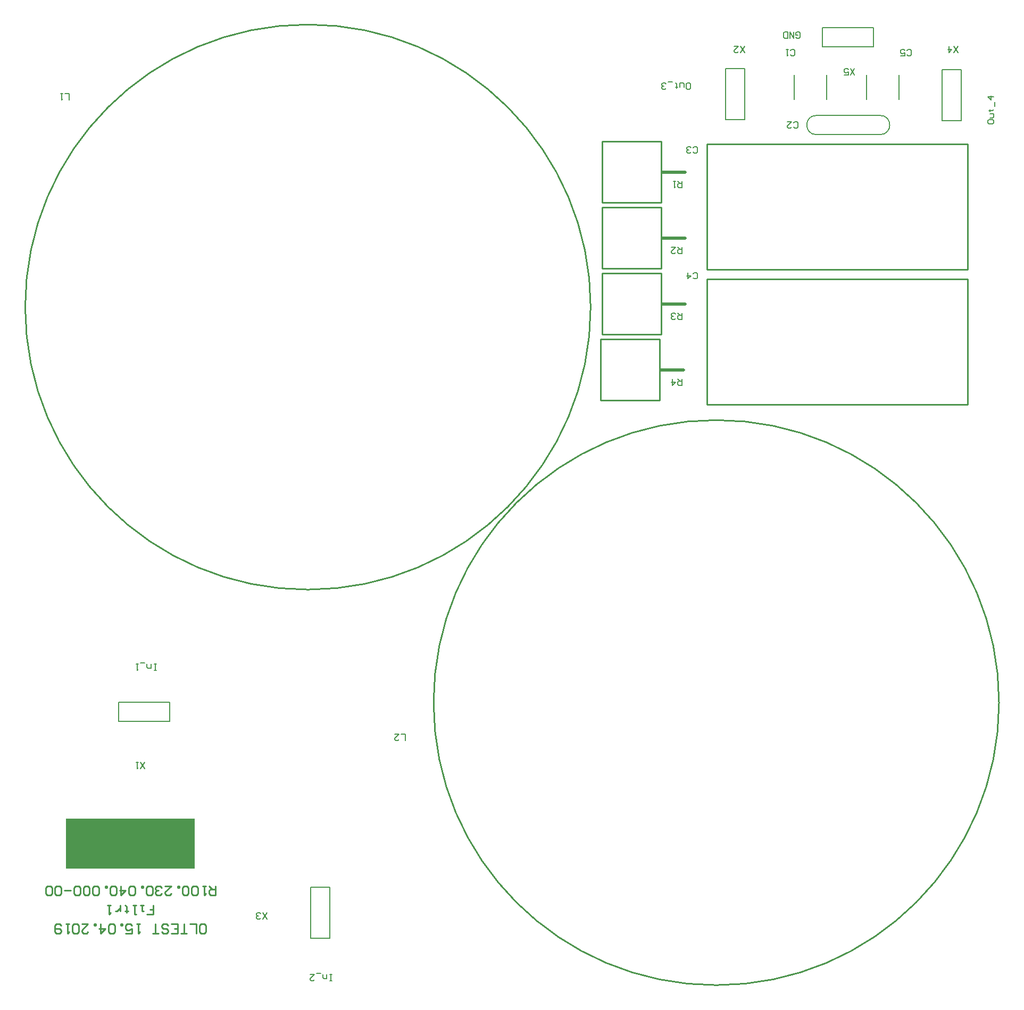
<source format=gto>
G04 Layer_Color=65535*
%FSLAX44Y44*%
%MOMM*%
G71*
G01*
G75*
%ADD19C,0.1270*%
%ADD20C,0.2540*%
%ADD21C,0.2000*%
%ADD22C,0.5000*%
%ADD23C,0.2032*%
%ADD24C,0.2500*%
%ADD25C,0.1500*%
%ADD26R,20.5000X8.0000*%
D19*
X1370800Y1369760D02*
G03*
X1370800Y1400240I0J15240D01*
G01*
X1269200D02*
G03*
X1269200Y1369760I0J-15240D01*
G01*
X1370800D01*
X1269200Y1400240D02*
X1370800D01*
D20*
X1560000Y465000D02*
G03*
X1560000Y465000I-450000J0D01*
G01*
X910000Y1095000D02*
G03*
X910000Y1095000I-450000J0D01*
G01*
X926000Y946500D02*
X1020000D01*
Y1043500D01*
X926000D02*
X1020000D01*
X926000Y946500D02*
Y1043500D01*
X928000Y1051500D02*
X1022000D01*
Y1148500D01*
X928000D02*
X1022000D01*
X928000Y1051500D02*
Y1148500D01*
Y1156500D02*
X1022000D01*
Y1253500D01*
X928000D02*
X1022000D01*
X928000Y1156500D02*
Y1253500D01*
Y1261500D02*
X1022000D01*
Y1358500D01*
X928000D02*
X1022000D01*
X928000Y1261500D02*
Y1358500D01*
X1510000Y1155000D02*
Y1355000D01*
X1095000Y1155000D02*
X1510000D01*
X1095000D02*
Y1249986D01*
Y1355000D01*
X1510000D01*
X1095000Y940000D02*
Y1140000D01*
X1510000D01*
Y1045014D02*
Y1140000D01*
Y940000D02*
Y1045014D01*
X1095000Y940000D02*
X1510000D01*
D21*
X1234000Y1425500D02*
Y1464500D01*
X1286000Y1425500D02*
Y1464500D01*
X1401000Y1425500D02*
Y1464500D01*
X1349000Y1425500D02*
Y1464500D01*
D22*
X1021751Y995000D02*
X1058000D01*
X1023752Y1100000D02*
X1060000D01*
X1023752Y1205000D02*
X1060000D01*
X1023752Y1310000D02*
X1060000D01*
D23*
X158960Y434760D02*
X240240D01*
Y465240D01*
X158960D02*
X240240D01*
X158960Y434760D02*
Y465240D01*
X1155240Y1393960D02*
Y1475240D01*
X1124760D02*
X1155240D01*
X1124760Y1393960D02*
Y1475240D01*
Y1393960D02*
X1155240D01*
X464760Y89760D02*
Y171040D01*
Y89760D02*
X495240D01*
Y171040D01*
X464760D02*
X495240D01*
X1468986Y1391960D02*
Y1473240D01*
Y1391960D02*
X1499466D01*
Y1473240D01*
X1468986D02*
X1499466D01*
X1278960Y1509760D02*
X1360240D01*
Y1540240D01*
X1278960D02*
X1360240D01*
X1278960Y1509760D02*
Y1540240D01*
D24*
X203741Y127611D02*
X213738D01*
Y135108D01*
X208740D01*
X213738D01*
Y142606D01*
X198743D02*
X193745D01*
X196244D01*
Y132609D01*
X198743D01*
X186247Y142606D02*
X181249D01*
X183748D01*
Y127611D01*
X186247D01*
X171252Y130110D02*
Y132609D01*
X173751D01*
X168753D01*
X171252D01*
Y140106D01*
X168753Y142606D01*
X161255Y132609D02*
Y142606D01*
Y137607D01*
X158756Y135108D01*
X156257Y132609D01*
X153758D01*
X146260Y142606D02*
X141262D01*
X143761D01*
Y127611D01*
X146260Y130110D01*
X312456Y172998D02*
Y158002D01*
X304959D01*
X302460Y160502D01*
Y165500D01*
X304959Y167999D01*
X312456D01*
X307458D02*
X302460Y172998D01*
X297461D02*
X292463D01*
X294962D01*
Y158002D01*
X297461Y160502D01*
X284965D02*
X282466Y158002D01*
X277468D01*
X274968Y160502D01*
Y170498D01*
X277468Y172998D01*
X282466D01*
X284965Y170498D01*
Y160502D01*
X269970D02*
X267471Y158002D01*
X262472D01*
X259973Y160502D01*
Y170498D01*
X262472Y172998D01*
X267471D01*
X269970Y170498D01*
Y160502D01*
X254975Y172998D02*
Y170498D01*
X252476D01*
Y172998D01*
X254975D01*
X232482D02*
X242479D01*
X232482Y163001D01*
Y160502D01*
X234981Y158002D01*
X239980D01*
X242479Y160502D01*
X227484D02*
X224985Y158002D01*
X219986D01*
X217487Y160502D01*
Y163001D01*
X219986Y165500D01*
X222485D01*
X219986D01*
X217487Y167999D01*
Y170498D01*
X219986Y172998D01*
X224985D01*
X227484Y170498D01*
X212489Y160502D02*
X209989Y158002D01*
X204991D01*
X202492Y160502D01*
Y170498D01*
X204991Y172998D01*
X209989D01*
X212489Y170498D01*
Y160502D01*
X197493Y172998D02*
Y170498D01*
X194994D01*
Y172998D01*
X197493D01*
X184998Y160502D02*
X182498Y158002D01*
X177500D01*
X175001Y160502D01*
Y170498D01*
X177500Y172998D01*
X182498D01*
X184998Y170498D01*
Y160502D01*
X162505Y172998D02*
Y158002D01*
X170002Y165500D01*
X160006D01*
X155007Y160502D02*
X152508Y158002D01*
X147510D01*
X145010Y160502D01*
Y170498D01*
X147510Y172998D01*
X152508D01*
X155007Y170498D01*
Y160502D01*
X140012Y172998D02*
Y170498D01*
X137513D01*
Y172998D01*
X140012D01*
X127516Y160502D02*
X125017Y158002D01*
X120019D01*
X117519Y160502D01*
Y170498D01*
X120019Y172998D01*
X125017D01*
X127516Y170498D01*
Y160502D01*
X112521D02*
X110022Y158002D01*
X105023D01*
X102524Y160502D01*
Y170498D01*
X105023Y172998D01*
X110022D01*
X112521Y170498D01*
Y160502D01*
X97526D02*
X95027Y158002D01*
X90028D01*
X87529Y160502D01*
Y170498D01*
X90028Y172998D01*
X95027D01*
X97526Y170498D01*
Y160502D01*
X82531Y165500D02*
X72534D01*
X67536Y160502D02*
X65036Y158002D01*
X60038D01*
X57539Y160502D01*
Y170498D01*
X60038Y172998D01*
X65036D01*
X67536Y170498D01*
Y160502D01*
X52540D02*
X50041Y158002D01*
X45043D01*
X42544Y160502D01*
Y170498D01*
X45043Y172998D01*
X50041D01*
X52540Y170498D01*
Y160502D01*
X289964Y97502D02*
X294962D01*
X297461Y100002D01*
Y109998D01*
X294962Y112498D01*
X289964D01*
X287464Y109998D01*
Y100002D01*
X289964Y97502D01*
X282466D02*
Y112498D01*
X272469D01*
X267471Y97502D02*
X257474D01*
X262472D01*
Y112498D01*
X242479Y97502D02*
X252476D01*
Y112498D01*
X242479D01*
X252476Y105000D02*
X247477D01*
X227484Y100002D02*
X229983Y97502D01*
X234981D01*
X237481Y100002D01*
Y102501D01*
X234981Y105000D01*
X229983D01*
X227484Y107499D01*
Y109998D01*
X229983Y112498D01*
X234981D01*
X237481Y109998D01*
X222486Y97502D02*
X212489D01*
X217487D01*
Y112498D01*
X192495D02*
X187497D01*
X189996D01*
Y97502D01*
X192495Y100002D01*
X170002Y97502D02*
X179999D01*
Y105000D01*
X175001Y102501D01*
X172502D01*
X170002Y105000D01*
Y109998D01*
X172502Y112498D01*
X177500D01*
X179999Y109998D01*
X165004Y112498D02*
Y109998D01*
X162505D01*
Y112498D01*
X165004D01*
X152508Y100002D02*
X150009Y97502D01*
X145010D01*
X142511Y100002D01*
Y109998D01*
X145010Y112498D01*
X150009D01*
X152508Y109998D01*
Y100002D01*
X130015Y112498D02*
Y97502D01*
X137513Y105000D01*
X127516D01*
X122518Y112498D02*
Y109998D01*
X120019D01*
Y112498D01*
X122518D01*
X100025D02*
X110022D01*
X100025Y102501D01*
Y100002D01*
X102524Y97502D01*
X107523D01*
X110022Y100002D01*
X95027D02*
X92528Y97502D01*
X87529D01*
X85030Y100002D01*
Y109998D01*
X87529Y112498D01*
X92528D01*
X95027Y109998D01*
Y100002D01*
X80032Y112498D02*
X75033D01*
X77532D01*
Y97502D01*
X80032Y100002D01*
X67536Y109998D02*
X65036Y112498D01*
X60038D01*
X57539Y109998D01*
Y100002D01*
X60038Y97502D01*
X65036D01*
X67536Y100002D01*
Y102501D01*
X65036Y105000D01*
X57539D01*
D25*
X498500Y21837D02*
X495168D01*
X496834D01*
Y31834D01*
X498500D01*
X495168D01*
X490169D02*
Y25169D01*
X485171D01*
X483505Y26835D01*
Y31834D01*
X480173Y33500D02*
X473508D01*
X463511Y31834D02*
X470176D01*
X463511Y25169D01*
Y23503D01*
X465177Y21837D01*
X468510D01*
X470176Y23503D01*
X218500Y516837D02*
X215168D01*
X216834D01*
Y526834D01*
X218500D01*
X215168D01*
X210169D02*
Y520169D01*
X205171D01*
X203505Y521836D01*
Y526834D01*
X200173Y528500D02*
X193508D01*
X190176Y526834D02*
X186844D01*
X188510D01*
Y516837D01*
X190176Y518503D01*
X1063502Y1441837D02*
X1066834D01*
X1068500Y1443503D01*
Y1450168D01*
X1066834Y1451834D01*
X1063502D01*
X1061835Y1450168D01*
Y1443503D01*
X1063502Y1441837D01*
X1058503Y1445169D02*
Y1450168D01*
X1056837Y1451834D01*
X1051839D01*
Y1445169D01*
X1046840Y1443503D02*
Y1445169D01*
X1048506D01*
X1045174D01*
X1046840D01*
Y1450168D01*
X1045174Y1451834D01*
X1040176Y1453500D02*
X1033511D01*
X1030179Y1443503D02*
X1028513Y1441837D01*
X1025181D01*
X1023514Y1443503D01*
Y1445169D01*
X1025181Y1446835D01*
X1026847D01*
X1025181D01*
X1023514Y1448502D01*
Y1450168D01*
X1025181Y1451834D01*
X1028513D01*
X1030179Y1450168D01*
X1541837Y1391498D02*
Y1388166D01*
X1543503Y1386500D01*
X1550168D01*
X1551834Y1388166D01*
Y1391498D01*
X1550168Y1393165D01*
X1543503D01*
X1541837Y1391498D01*
X1545169Y1396497D02*
X1550168D01*
X1551834Y1398163D01*
Y1403161D01*
X1545169D01*
X1543503Y1408160D02*
X1545169D01*
Y1406494D01*
Y1409826D01*
Y1408160D01*
X1550168D01*
X1551834Y1409826D01*
X1553500Y1414824D02*
Y1421489D01*
X1551834Y1429819D02*
X1541837D01*
X1546835Y1424821D01*
Y1431485D01*
X1236835Y1525169D02*
X1238502Y1523503D01*
X1241834D01*
X1243500Y1525169D01*
Y1531834D01*
X1241834Y1533500D01*
X1238502D01*
X1236835Y1531834D01*
Y1528502D01*
X1240168D01*
X1233503Y1533500D02*
Y1523503D01*
X1226839Y1533500D01*
Y1523503D01*
X1223506D02*
Y1533500D01*
X1218508D01*
X1216842Y1531834D01*
Y1525169D01*
X1218508Y1523503D01*
X1223506D01*
X80000Y1425003D02*
Y1435000D01*
X73335D01*
X70003D02*
X66671D01*
X68337D01*
Y1425003D01*
X70003Y1426669D01*
X1330000Y1465003D02*
X1323336Y1475000D01*
Y1465003D02*
X1330000Y1475000D01*
X1313339Y1465003D02*
X1320003D01*
Y1470002D01*
X1316671Y1468336D01*
X1315005D01*
X1313339Y1470002D01*
Y1473334D01*
X1315005Y1475000D01*
X1318337D01*
X1320003Y1473334D01*
X1495000Y1500003D02*
X1488336Y1510000D01*
Y1500003D02*
X1495000Y1510000D01*
X1480005D02*
Y1500003D01*
X1485003Y1505002D01*
X1478339D01*
X395000Y120003D02*
X388335Y130000D01*
Y120003D02*
X395000Y130000D01*
X385003Y121669D02*
X383337Y120003D01*
X380005D01*
X378339Y121669D01*
Y123336D01*
X380005Y125002D01*
X381671D01*
X380005D01*
X378339Y126668D01*
Y128334D01*
X380005Y130000D01*
X383337D01*
X385003Y128334D01*
X1155000Y1500003D02*
X1148335Y1510000D01*
Y1500003D02*
X1155000Y1510000D01*
X1138339D02*
X1145003D01*
X1138339Y1503336D01*
Y1501669D01*
X1140005Y1500003D01*
X1143337D01*
X1145003Y1501669D01*
X1055000Y1295000D02*
Y1285003D01*
X1050002D01*
X1048335Y1286669D01*
Y1290002D01*
X1050002Y1291668D01*
X1055000D01*
X1051668D02*
X1048335Y1295000D01*
X1045003D02*
X1041671D01*
X1043337D01*
Y1285003D01*
X1045003Y1286669D01*
X1055000Y1190000D02*
Y1180003D01*
X1050002D01*
X1048335Y1181669D01*
Y1185002D01*
X1050002Y1186668D01*
X1055000D01*
X1051668D02*
X1048335Y1190000D01*
X1038339D02*
X1045003D01*
X1038339Y1183335D01*
Y1181669D01*
X1040005Y1180003D01*
X1043337D01*
X1045003Y1181669D01*
X1413336Y1496669D02*
X1415002Y1495003D01*
X1418334D01*
X1420000Y1496669D01*
Y1503334D01*
X1418334Y1505000D01*
X1415002D01*
X1413336Y1503334D01*
X1403339Y1495003D02*
X1410003D01*
Y1500002D01*
X1406671Y1498336D01*
X1405005D01*
X1403339Y1500002D01*
Y1503334D01*
X1405005Y1505000D01*
X1408337D01*
X1410003Y1503334D01*
X1073335Y1141669D02*
X1075002Y1140003D01*
X1078334D01*
X1080000Y1141669D01*
Y1148334D01*
X1078334Y1150000D01*
X1075002D01*
X1073335Y1148334D01*
X1065005Y1150000D02*
Y1140003D01*
X1070003Y1145002D01*
X1063339D01*
X1073335Y1341669D02*
X1075002Y1340003D01*
X1078334D01*
X1080000Y1341669D01*
Y1348334D01*
X1078334Y1350000D01*
X1075002D01*
X1073335Y1348334D01*
X1070003Y1341669D02*
X1068337Y1340003D01*
X1065005D01*
X1063339Y1341669D01*
Y1343336D01*
X1065005Y1345002D01*
X1066671D01*
X1065005D01*
X1063339Y1346668D01*
Y1348334D01*
X1065005Y1350000D01*
X1068337D01*
X1070003Y1348334D01*
X1233335Y1381669D02*
X1235002Y1380003D01*
X1238334D01*
X1240000Y1381669D01*
Y1388334D01*
X1238334Y1390000D01*
X1235002D01*
X1233335Y1388334D01*
X1223339Y1390000D02*
X1230003D01*
X1223339Y1383336D01*
Y1381669D01*
X1225005Y1380003D01*
X1228337D01*
X1230003Y1381669D01*
X1228335Y1496669D02*
X1230002Y1495003D01*
X1233334D01*
X1235000Y1496669D01*
Y1503334D01*
X1233334Y1505000D01*
X1230002D01*
X1228335Y1503334D01*
X1225003Y1505000D02*
X1221671D01*
X1223337D01*
Y1495003D01*
X1225003Y1496669D01*
X200000Y360003D02*
X193335Y370000D01*
Y360003D02*
X200000Y370000D01*
X190003D02*
X186671D01*
X188337D01*
Y360003D01*
X190003Y361669D01*
X1055000Y1085000D02*
Y1075003D01*
X1050002D01*
X1048335Y1076669D01*
Y1080002D01*
X1050002Y1081668D01*
X1055000D01*
X1051668D02*
X1048335Y1085000D01*
X1045003Y1076669D02*
X1043337Y1075003D01*
X1040005D01*
X1038339Y1076669D01*
Y1078335D01*
X1040005Y1080002D01*
X1041671D01*
X1040005D01*
X1038339Y1081668D01*
Y1083334D01*
X1040005Y1085000D01*
X1043337D01*
X1045003Y1083334D01*
X1055000Y980000D02*
Y970003D01*
X1050002D01*
X1048335Y971669D01*
Y975002D01*
X1050002Y976668D01*
X1055000D01*
X1051668D02*
X1048335Y980000D01*
X1040005D02*
Y970003D01*
X1045003Y975002D01*
X1038339D01*
X615000Y405003D02*
Y415000D01*
X608335D01*
X598339D02*
X605003D01*
X598339Y408335D01*
Y406669D01*
X600005Y405003D01*
X603337D01*
X605003Y406669D01*
D26*
X177500Y240000D02*
D03*
M02*

</source>
